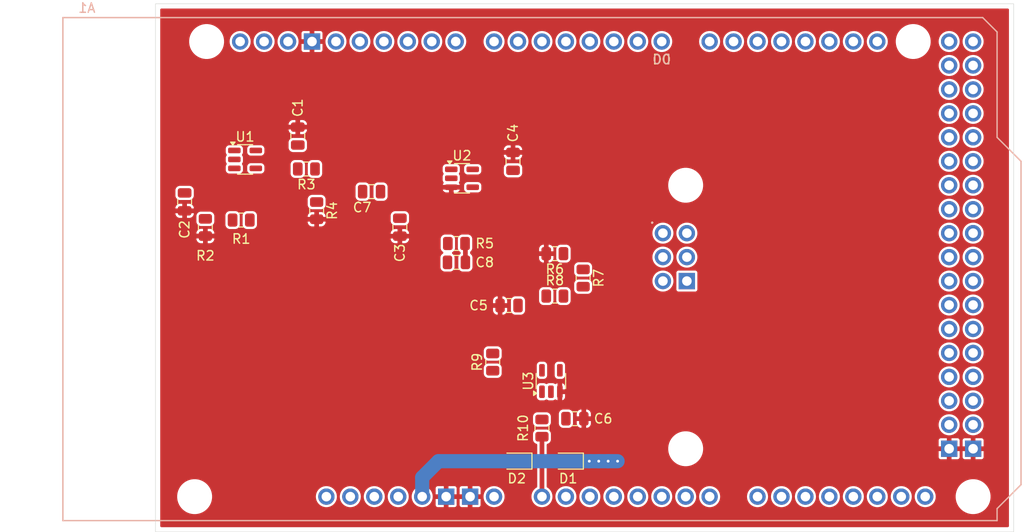
<source format=kicad_pcb>
(kicad_pcb (version 20240108) (generator "pcbnew") (generator_version "8.0")
  (layers (0 "F.Cu" signal) (31 "B.Cu" signal) (34 "B.Paste" user) (35 "F.Paste" user) (36 "B.SilkS" user "B.Silkscreen") (37 "F.SilkS" user "F.Silkscreen") (38 "B.Mask" user) (39 "F.Mask" user) (44 "Edge.Cuts" user))
  (net 0 "")
  (net 1 "GND")
  (net 2 "+15V")
  (net 3 "-15V")
  (net 4 "Net-(U2--)")
  (net 5 "Net-(C7-Pad2)")
  (net 6 "Net-(C8-Pad1)")
  (net 7 "Net-(R1-Pad2)")
  (net 8 "Net-(U1--)")
  (net 9 "Net-(U3--)")
  (net 10 "AMP_OUT")
  (net 11 "AMP_IN")
  (net 12 "+5V")
  (net 13 "ADC_IN")
  (footprint "Resistor_SMD:R_0805_2012Metric" (layer "F.Cu") (at 150.98 143.9925 -90)
    (property "Reference" "R10" (at 0 2 90) (layer "F.SilkS"))
    (property "Value" "TBD")
    (fp_line (start -0.227064 0.735) (end 0.227064 0.735) (stroke (width 0.12)) (layer "F.SilkS"))
    (fp_line (start -0.227064 -0.735) (end 0.227064 -0.735) (stroke (width 0.12)) (layer "F.SilkS"))
    (pad "1" smd roundrect (at -0.9125 0 270) (size 1.025 1.4) (layers "F.Cu" "F.Paste" "F.Mask") (roundrect_rratio 0.243902) (net 10 "AMP_OUT"))
    (pad "2" smd roundrect (at 0.9125 0 270) (size 1.025 1.4) (layers "F.Cu" "F.Paste" "F.Mask") (roundrect_rratio 0.243902) (net 13 "ADC_IN"))
  )
  (footprint "Capacitor_SMD:C_0805_2012Metric" (layer "F.Cu") (at 132.9125 118.91625 180)
    (property "Reference" "C7" (at 1 -1.68 180) (layer "F.SilkS"))
    (property "Value" "TBD")
    (fp_line (start -0.261252 0.735) (end 0.261252 0.735) (stroke (width 0.12)) (layer "F.SilkS"))
    (fp_line (start -0.261252 -0.735) (end 0.261252 -0.735) (stroke (width 0.12)) (layer "F.SilkS"))
    (pad "1" smd roundrect (at -0.95 0 180) (size 1 1.45) (layers "F.Cu" "F.Paste" "F.Mask") (net 4 "Net-(U2--)"))
    (pad "2" smd roundrect (at 0.95 0 180) (size 1 1.45) (layers "F.Cu" "F.Paste" "F.Mask") (net 5 "Net-(C7-Pad2)"))
  )
  (footprint "Package_TO_SOT_SMD:SOT-23-5" (layer "F.Cu") (at 142.5 117.5)
    (property "Reference" "U2" (at 0 -2.4 0) (layer "F.SilkS"))
    (property "Value" "OPA209")
    (fp_line (start 0 -1.56) (end -0.8 -1.56) (stroke (width 0.12)) (layer "F.SilkS"))
    (fp_line (start 0 -1.56) (end 0.8 -1.56) (stroke (width 0.12)) (layer "F.SilkS"))
    (fp_line (start 0 1.56) (end -0.8 1.56) (stroke (width 0.12)) (layer "F.SilkS"))
    (fp_line (start 0 1.56) (end 0.8 1.56) (stroke (width 0.12)) (layer "F.SilkS"))
    (fp_poly (pts (xy -1.3 -1.51) (xy -1.54 -1.84) (xy -1.06 -1.84) (xy -1.3 -1.51)) (stroke (width 0.12)) (fill solid) (layer "F.SilkS"))
    (pad "1" smd roundrect (at -1.1375 -0.95) (size 1.325 0.6) (layers "F.Cu" "F.Paste" "F.Mask") (net 6 "Net-(C8-Pad1)"))
    (pad "2" smd roundrect (at -1.1375 0) (size 1.325 0.6) (layers "F.Cu" "F.Paste" "F.Mask") (net 3 "-15V"))
    (pad "3" smd roundrect (at -1.1375 0.95) (size 1.325 0.6) (layers "F.Cu" "F.Paste" "F.Mask") (net 1 "GND"))
    (pad "4" smd roundrect (at 1.1375 0.95) (size 1.325 0.6) (layers "F.Cu" "F.Paste" "F.Mask") (net 4 "Net-(U2--)"))
    (pad "5" smd roundrect (at 1.1375 -0.95) (size 1.325 0.6) (layers "F.Cu" "F.Paste" "F.Mask") (net 2 "+15V"))
  )
  (footprint "Resistor_SMD:R_0805_2012Metric" (layer "F.Cu") (at 141.9125 124.41625 180)
    (property "Reference" "R5" (at -3 0 180) (layer "F.SilkS"))
    (property "Value" "TBD")
    (fp_line (start -0.227064 0.735) (end 0.227064 0.735) (stroke (width 0.12)) (layer "F.SilkS"))
    (fp_line (start -0.227064 -0.735) (end 0.227064 -0.735) (stroke (width 0.12)) (layer "F.SilkS"))
    (pad "1" smd roundrect (at -0.9125 0 180) (size 1.025 1.4) (layers "F.Cu" "F.Paste" "F.Mask") (roundrect_rratio 0.243902) (net 6 "Net-(C8-Pad1)"))
    (pad "2" smd roundrect (at 0.9125 0 180) (size 1.025 1.4) (layers "F.Cu" "F.Paste" "F.Mask") (roundrect_rratio 0.243902) (net 4 "Net-(U2--)"))
  )
  (footprint "Resistor_SMD:R_0805_2012Metric" (layer "F.Cu") (at 119.0875 121.9325)
    (property "Reference" "R1" (at 0 2 0) (layer "F.SilkS"))
    (property "Value" "TBD")
    (fp_line (start -0.227064 -0.735) (end 0.227064 -0.735) (stroke (width 0.12)) (layer "F.SilkS"))
    (fp_line (start -0.227064 0.735) (end 0.227064 0.735) (stroke (width 0.12)) (layer "F.SilkS"))
    (pad "1" smd roundrect (at -0.9125 0) (size 1.025 1.4) (layers "F.Cu" "F.Paste" "F.Mask") (roundrect_rratio 0.243902) (net 8 "Net-(U1--)"))
    (pad "2" smd roundrect (at 0.9125 0) (size 1.025 1.4) (layers "F.Cu" "F.Paste" "F.Mask") (roundrect_rratio 0.243902) (net 7 "Net-(R1-Pad2)"))
  )
  (footprint "Capacitor_SMD:C_0805_2012Metric" (layer "F.Cu") (at 154.47 142.9925 180)
    (property "Reference" "C6" (at -3 0 180) (layer "F.SilkS"))
    (property "Value" "100n 25V X7R")
    (fp_line (start -0.261252 0.735) (end 0.261252 0.735) (stroke (width 0.12)) (layer "F.SilkS"))
    (fp_line (start -0.261252 -0.735) (end 0.261252 -0.735) (stroke (width 0.12)) (layer "F.SilkS"))
    (pad "1" smd roundrect (at -0.95 0 180) (size 1 1.45) (layers "F.Cu" "F.Paste" "F.Mask") (net 1 "GND"))
    (pad "2" smd roundrect (at 0.95 0 180) (size 1 1.45) (layers "F.Cu" "F.Paste" "F.Mask") (net 2 "+15V"))
  )
  (footprint "Diode_SMD:D_SOD-323" (layer "F.Cu") (at 148.31 147.4925 180)
    (property "Reference" "D2" (at 0 -1.85 180) (layer "F.SilkS"))
    (property "Value" "RB751V40T1G")
    (fp_line (start -1.61 0.85) (end 1.05 0.85) (stroke (width 0.12)) (layer "F.SilkS"))
    (fp_line (start -1.61 -0.85) (end 1.05 -0.85) (stroke (width 0.12)) (layer "F.SilkS"))
    (fp_line (start -1.61 -0.85) (end -1.61 0.85) (stroke (width 0.12)) (layer "F.SilkS"))
    (pad "1" smd roundrect (at -1.05 0 180) (size 0.6 0.45) (layers "F.Cu" "F.Paste" "F.Mask") (net 13 "ADC_IN"))
    (pad "2" smd roundrect (at 1.05 0 180) (size 0.6 0.45) (layers "F.Cu" "F.Paste" "F.Mask") (net 1 "GND"))
  )
  (footprint "Package_TO_SOT_SMD:SOT-23-5" (layer "F.Cu") (at 151.93 139 90)
    (property "Reference" "U3" (at 0 -2.4 270) (layer "F.SilkS"))
    (property "Value" "OPA209")
    (fp_line (start 0 -1.56) (end 0.8 -1.56) (stroke (width 0.12)) (layer "F.SilkS"))
    (fp_line (start 0 -1.56) (end -0.8 -1.56) (stroke (width 0.12)) (layer "F.SilkS"))
    (fp_line (start 0 1.56) (end 0.8 1.56) (stroke (width 0.12)) (layer "F.SilkS"))
    (fp_line (start 0 1.56) (end -0.8 1.56) (stroke (width 0.12)) (layer "F.SilkS"))
    (fp_poly (pts (xy -1.3 -1.51) (xy -1.54 -1.84) (xy -1.06 -1.84) (xy -1.3 -1.51)) (stroke (width 0.12)) (fill solid) (layer "F.SilkS"))
    (pad "1" smd roundrect (at -1.1375 -0.95 90) (size 1.325 0.6) (layers "F.Cu" "F.Paste" "F.Mask") (net 10 "AMP_OUT"))
    (pad "2" smd roundrect (at -1.1375 0 90) (size 1.325 0.6) (layers "F.Cu" "F.Paste" "F.Mask") (net 3 "-15V"))
    (pad "3" smd roundrect (at -1.1375 0.95 90) (size 1.325 0.6) (layers "F.Cu" "F.Paste" "F.Mask") (net 1 "GND"))
    (pad "4" smd roundrect (at 1.1375 0.95 90) (size 1.325 0.6) (layers "F.Cu" "F.Paste" "F.Mask") (net 9 "Net-(U3--)"))
    (pad "5" smd roundrect (at 1.1375 -0.95 90) (size 1.325 0.6) (layers "F.Cu" "F.Paste" "F.Mask") (net 2 "+15V"))
  )
  (footprint "Resistor_SMD:R_0805_2012Metric" (layer "F.Cu") (at 155.3475 128.08 -90)
    (property "Reference" "R7" (at 0 -1.65 90) (layer "F.SilkS"))
    (property "Value" "TBD")
    (fp_line (start -0.227064 0.735) (end 0.227064 0.735) (stroke (width 0.12)) (layer "F.SilkS"))
    (fp_line (start -0.227064 -0.735) (end 0.227064 -0.735) (stroke (width 0.12)) (layer "F.SilkS"))
    (pad "1" smd roundrect (at -0.9125 0 270) (size 1.025 1.4) (layers "F.Cu" "F.Paste" "F.Mask") (roundrect_rratio 0.243902) (net 6 "Net-(C8-Pad1)"))
    (pad "2" smd roundrect (at 0.9125 0 270) (size 1.025 1.4) (layers "F.Cu" "F.Paste" "F.Mask") (roundrect_rratio 0.243902) (net 9 "Net-(U3--)"))
  )
  (footprint "Resistor_SMD:R_0805_2012Metric" (layer "F.Cu") (at 145.76 136.9925 90)
    (property "Reference" "R9" (at 0 -1.65 270) (layer "F.SilkS"))
    (property "Value" "TBD")
    (fp_line (start -0.227064 -0.735) (end 0.227064 -0.735) (stroke (width 0.12)) (layer "F.SilkS"))
    (fp_line (start -0.227064 0.735) (end 0.227064 0.735) (stroke (width 0.12)) (layer "F.SilkS"))
    (pad "1" smd roundrect (at -0.9125 0 90) (size 1.025 1.4) (layers "F.Cu" "F.Paste" "F.Mask") (roundrect_rratio 0.243902) (net 10 "AMP_OUT"))
    (pad "2" smd roundrect (at 0.9125 0 90) (size 1.025 1.4) (layers "F.Cu" "F.Paste" "F.Mask") (roundrect_rratio 0.243902) (net 9 "Net-(U3--)"))
  )
  (footprint "Capacitor_SMD:C_0805_2012Metric" (layer "F.Cu") (at 147.9125 115.70625 -90)
    (property "Reference" "C4" (at -3 0 90) (layer "F.SilkS"))
    (property "Value" "100n 25V X7R")
    (fp_line (start -0.261252 0.735) (end 0.261252 0.735) (stroke (width 0.12)) (layer "F.SilkS"))
    (fp_line (start -0.261252 -0.735) (end 0.261252 -0.735) (stroke (width 0.12)) (layer "F.SilkS"))
    (pad "1" smd roundrect (at -0.95 0 270) (size 1 1.45) (layers "F.Cu" "F.Paste" "F.Mask") (net 1 "GND"))
    (pad "2" smd roundrect (at 0.95 0 270) (size 1 1.45) (layers "F.Cu" "F.Paste" "F.Mask") (net 2 "+15V"))
  )
  (footprint "Resistor_SMD:R_0805_2012Metric" (layer "F.Cu") (at 126 116.5125 180)
    (property "Reference" "R3" (at 0 -1.65 180) (layer "F.SilkS"))
    (property "Value" "TBD")
    (fp_line (start -0.227064 0.735) (end 0.227064 0.735) (stroke (width 0.12)) (layer "F.SilkS"))
    (fp_line (start -0.227064 -0.735) (end 0.227064 -0.735) (stroke (width 0.12)) (layer "F.SilkS"))
    (pad "1" smd roundrect (at -0.9125 0 180) (size 1.025 1.4) (layers "F.Cu" "F.Paste" "F.Mask") (roundrect_rratio 0.243902) (net 5 "Net-(C7-Pad2)"))
    (pad "2" smd roundrect (at 0.9125 0 180) (size 1.025 1.4) (layers "F.Cu" "F.Paste" "F.Mask") (roundrect_rratio 0.243902) (net 7 "Net-(R1-Pad2)"))
  )
  (footprint "Resistor_SMD:R_0805_2012Metric" (layer "F.Cu") (at 152.3475 125.4925 180)
    (property "Reference" "R6" (at 0 -1.65 180) (layer "F.SilkS"))
    (property "Value" "TBD")
    (fp_line (start -0.227064 0.735) (end 0.227064 0.735) (stroke (width 0.12)) (layer "F.SilkS"))
    (fp_line (start -0.227064 -0.735) (end 0.227064 -0.735) (stroke (width 0.12)) (layer "F.SilkS"))
    (pad "1" smd roundrect (at -0.9125 0 180) (size 1.025 1.4) (layers "F.Cu" "F.Paste" "F.Mask") (roundrect_rratio 0.243902) (net 6 "Net-(C8-Pad1)"))
    (pad "2" smd roundrect (at 0.9125 0 180) (size 1.025 1.4) (layers "F.Cu" "F.Paste" "F.Mask") (roundrect_rratio 0.243902) (net 1 "GND"))
  )
  (footprint "Capacitor_SMD:C_0805_2012Metric" (layer "F.Cu") (at 125.0875 113.0225 90)
    (property "Reference" "C1" (at 3 0 270) (layer "F.SilkS"))
    (property "Value" "100n 25V X7R")
    (fp_line (start -0.261252 -0.735) (end 0.261252 -0.735) (stroke (width 0.12)) (layer "F.SilkS"))
    (fp_line (start -0.261252 0.735) (end 0.261252 0.735) (stroke (width 0.12)) (layer "F.SilkS"))
    (pad "1" smd roundrect (at -0.95 0 90) (size 1 1.45) (layers "F.Cu" "F.Paste" "F.Mask") (net 2 "+15V"))
    (pad "2" smd roundrect (at 0.95 0 90) (size 1 1.45) (layers "F.Cu" "F.Paste" "F.Mask") (net 1 "GND"))
  )
  (footprint "Capacitor_SMD:C_0805_2012Metric" (layer "F.Cu") (at 147.49 130.9925 180)
    (property "Reference" "C5" (at 3.23 0 180) (layer "F.SilkS"))
    (property "Value" "100n 25V X7R")
    (fp_line (start -0.261252 0.735) (end 0.261252 0.735) (stroke (width 0.12)) (layer "F.SilkS"))
    (fp_line (start -0.261252 -0.735) (end 0.261252 -0.735) (stroke (width 0.12)) (layer "F.SilkS"))
    (pad "1" smd roundrect (at -0.95 0 180) (size 1 1.45) (layers "F.Cu" "F.Paste" "F.Mask") (net 3 "-15V"))
    (pad "2" smd roundrect (at 0.95 0 180) (size 1 1.45) (layers "F.Cu" "F.Paste" "F.Mask") (net 1 "GND"))
  )
  (footprint "Resistor_SMD:R_0805_2012Metric" (layer "F.Cu") (at 127.0875 120.9325 -90)
    (property "Reference" "R4" (at 0 -1.65 90) (layer "F.SilkS"))
    (property "Value" "TBD")
    (fp_line (start -0.227064 0.735) (end 0.227064 0.735) (stroke (width 0.12)) (layer "F.SilkS"))
    (fp_line (start -0.227064 -0.735) (end 0.227064 -0.735) (stroke (width 0.12)) (layer "F.SilkS"))
    (pad "1" smd roundrect (at -0.9125 0 270) (size 1.025 1.4) (layers "F.Cu" "F.Paste" "F.Mask") (roundrect_rratio 0.243902) (net 5 "Net-(C7-Pad2)"))
    (pad "2" smd roundrect (at 0.9125 0 270) (size 1.025 1.4) (layers "F.Cu" "F.Paste" "F.Mask") (roundrect_rratio 0.243902) (net 1 "GND"))
  )
  (footprint "Capacitor_SMD:C_0805_2012Metric" (layer "F.Cu") (at 113.0875 120.0025 90)
    (property "Reference" "C2" (at -2.93 0 270) (layer "F.SilkS"))
    (property "Value" "100n 25V X7R")
    (fp_line (start -0.261252 -0.735) (end 0.261252 -0.735) (stroke (width 0.12)) (layer "F.SilkS"))
    (fp_line (start -0.261252 0.735) (end 0.261252 0.735) (stroke (width 0.12)) (layer "F.SilkS"))
    (pad "1" smd roundrect (at -0.95 0 90) (size 1 1.45) (layers "F.Cu" "F.Paste" "F.Mask") (net 1 "GND"))
    (pad "2" smd roundrect (at 0.95 0 90) (size 1 1.45) (layers "F.Cu" "F.Paste" "F.Mask") (net 3 "-15V"))
  )
  (footprint "Capacitor_SMD:C_0805_2012Metric" (layer "F.Cu") (at 141.9125 126.41625 180)
    (property "Reference" "C8" (at -3 0 180) (layer "F.SilkS"))
    (property "Value" "TBD")
    (fp_line (start -0.261252 0.735) (end 0.261252 0.735) (stroke (width 0.12)) (layer "F.SilkS"))
    (fp_line (start -0.261252 -0.735) (end 0.261252 -0.735) (stroke (width 0.12)) (layer "F.SilkS"))
    (pad "1" smd roundrect (at -0.95 0 180) (size 1 1.45) (layers "F.Cu" "F.Paste" "F.Mask") (net 6 "Net-(C8-Pad1)"))
    (pad "2" smd roundrect (at 0.95 0 180) (size 1 1.45) (layers "F.Cu" "F.Paste" "F.Mask") (net 5 "Net-(C7-Pad2)"))
  )
  (footprint "PCM_arduino-library:Arduino_Mega2560_R3_Shield" (layer "F.Cu") (at 100.18 153.8)
    (property "Reference" "A1" (at 2.54 -54.356 0) (layer "B.SilkS") (effects (justify mirror)))
    (property "Value" "Arduino_Mega2560_R3_Shield")
    (fp_line (start 0 -53.34) (end 0 0) (stroke (width 0.15)) (layer "B.SilkS"))
    (fp_line (start 0 -53.34) (end 97.536 -53.34) (stroke (width 0.15)) (layer "B.SilkS"))
    (fp_line (start 0 0) (end 99.06 0) (stroke (width 0.15)) (layer "B.SilkS"))
    (fp_line (start 97.536 -53.34) (end 99.06 -51.816) (stroke (width 0.15)) (layer "B.SilkS"))
    (fp_line (start 99.06 -40.64) (end 99.06 -51.816) (stroke (width 0.15)) (layer "B.SilkS"))
    (fp_line (start 99.06 -1.27) (end 101.6 -3.81) (stroke (width 0.15)) (layer "B.SilkS"))
    (fp_line (start 99.06 0) (end 99.06 -1.27) (stroke (width 0.15)) (layer "B.SilkS"))
    (fp_line (start 101.6 -38.1) (end 99.06 -40.64) (stroke (width 0.15)) (layer "B.SilkS"))
    (fp_line (start 101.6 -3.81) (end 101.6 -38.1) (stroke (width 0.15)) (layer "B.SilkS"))
    (fp_text user "D0" (at 63.5 -48.895 0) (layer "B.SilkS") (effects (justify mirror)))
    (fp_text user "." (at 62.484 -32.004 0) (layer "B.SilkS"))
    (fp_text user "." (at 62.484 -32.004 0) (layer "F.SilkS"))
    (fp_text user "D0" (at 63.5 -48.895 0) (layer "F.SilkS"))
    (pad "" np_thru_hole circle (at 13.97 -2.54) (size 3.2 3.2) (drill 3.2) (layers "*.Cu" "*.Mask"))
    (pad "" np_thru_hole circle (at 15.24 -50.8) (size 3.2 3.2) (drill 3.2) (layers "*.Cu" "*.Mask"))
    (pad "" thru_hole oval (at 27.94 -2.54) (size 1.7272 1.7272) (drill 1.016) (layers "*.Cu" "*.Mask"))
    (pad "" np_thru_hole circle (at 66.04 -35.56) (size 3.2 3.2) (drill 3.2) (layers "*.Cu" "*.Mask"))
    (pad "" np_thru_hole circle (at 66.04 -7.62) (size 3.2 3.2) (drill 3.2) (layers "*.Cu" "*.Mask"))
    (pad "" np_thru_hole circle (at 90.17 -50.8) (size 3.2 3.2) (drill 3.2) (layers "*.Cu" "*.Mask"))
    (pad "" np_thru_hole circle (at 96.52 -2.54) (size 3.2 3.2) (drill 3.2) (layers "*.Cu" "*.Mask"))
    (pad "3V3" thru_hole oval (at 35.56 -2.54) (size 1.7272 1.7272) (drill 1.016) (layers "*.Cu" "*.Mask"))
    (pad "5V1" thru_hole oval (at 38.1 -2.54) (size 1.7272 1.7272) (drill 1.016) (layers "*.Cu" "*.Mask") (net 12 "+5V"))
    (pad "5V2" thru_hole oval (at 66.167 -30.48) (size 1.7272 1.7272) (drill 1.016) (layers "*.Cu" "*.Mask"))
    (pad "5V3" thru_hole oval (at 93.98 -50.8) (size 1.7272 1.7272) (drill 1.016) (layers "*.Cu" "*.Mask"))
    (pad "5V4" thru_hole oval (at 96.52 -50.8) (size 1.7272 1.7272) (drill 1.016) (layers "*.Cu" "*.Mask"))
    (pad "A0" thru_hole oval (at 50.8 -2.54) (size 1.7272 1.7272) (drill 1.016) (layers "*.Cu" "*.Mask") (net 13 "ADC_IN"))
    (pad "A1" thru_hole oval (at 53.34 -2.54) (size 1.7272 1.7272) (drill 1.016) (layers "*.Cu" "*.Mask"))
    (pad "A2" thru_hole oval (at 55.88 -2.54) (size 1.7272 1.7272) (drill 1.016) (layers "*.Cu" "*.Mask"))
    (pad "A3" thru_hole oval (at 58.42 -2.54) (size 1.7272 1.7272) (drill 1.016) (layers "*.Cu" "*.Mask"))
    (pad "A4" thru_hole oval (at 60.96 -2.54) (size 1.7272 1.7272) (drill 1.016) (layers "*.Cu" "*.Mask"))
    (pad "A5" thru_hole oval (at 63.5 -2.54) (size 1.7272 1.7272) (drill 1.016) (layers "*.Cu" "*.Mask"))
    (pad "A6" thru_hole oval (at 66.04 -2.54) (size 1.7272 1.7272) (drill 1.016) (layers "*.Cu" "*.Mask"))
    (pad "A7" thru_hole oval (at 68.58 -2.54) (size 1.7272 1.7272) (drill 1.016) (layers "*.Cu" "*.Mask"))
    (pad "A8" thru_hole oval (at 73.66 -2.54) (size 1.7272 1.7272) (drill 1.016) (layers "*.Cu" "*.Mask"))
    (pad "A9" thru_hole oval (at 76.2 -2.54) (size 1.7272 1.7272) (drill 1.016) (layers "*.Cu" "*.Mask"))
    (pad "A10" thru_hole oval (at 78.74 -2.54) (size 1.7272 1.7272) (drill 1.016) (layers "*.Cu" "*.Mask"))
    (pad "A11" thru_hole oval (at 81.28 -2.54) (size 1.7272 1.7272) (drill 1.016) (layers "*.Cu" "*.Mask"))
    (pad "A12" thru_hole oval (at 83.82 -2.54) (size 1.7272 1.7272) (drill 1.016) (layers "*.Cu" "*.Mask"))
    (pad "A13" thru_hole oval (at 86.36 -2.54) (size 1.7272 1.7272) (drill 1.016) (layers "*.Cu" "*.Mask"))
    (pad "A14" thru_hole oval (at 88.9 -2.54) (size 1.7272 1.7272) (drill 1.016) (layers "*.Cu" "*.Mask"))
    (pad "A15" thru_hole oval (at 91.44 -2.54) (size 1.7272 1.7272) (drill 1.016) (layers "*.Cu" "*.Mask"))
    (pad "AREF" thru_hole oval (at 23.876 -50.8) (size 1.7272 1.7272) (drill 1.016) (layers "*.Cu" "*.Mask"))
    (pad "D0" thru_hole oval (at 63.5 -50.8) (size 1.7272 1.7272) (drill 1.016) (layers "*.Cu" "*.Mask"))
    (pad "D1" thru_hole oval (at 60.96 -50.8) (size 1.7272 1.7272) (drill 1.016) (layers "*.Cu" "*.Mask"))
    (pad "D2" thru_hole oval (at 58.42 -50.8) (size 1.7272 1.7272) (drill 1.016) (layers "*.Cu" "*.Mask"))
    (pad "D3" thru_hole oval (at 55.88 -50.8) (size 1.7272 1.7272) (drill 1.016) (layers "*.Cu" "*.Mask"))
    (pad "D4" thru_hole oval (at 53.34 -50.8) (size 1.7272 1.7272) (drill 1.016) (layers "*.Cu" "*.Mask"))
    (pad "D5" thru_hole oval (at 50.8 -50.8) (size 1.7272 1.7272) (drill 1.016) (layers "*.Cu" "*.Mask"))
    (pad "D6" thru_hole oval (at 48.26 -50.8) (size 1.7272 1.7272) (drill 1.016) (layers "*.Cu" "*.Mask"))
    (pad "D7" thru_hole oval (at 45.72 -50.8) (size 1.7272 1.7272) (drill 1.016) (layers "*.Cu" "*.Mask"))
    (pad "D8" thru_hole oval (at 41.656 -50.8) (size 1.7272 1.7272) (drill 1.016) (layers "*.Cu" "*.Mask"))
    (pad "D9" thru_hole oval (at 39.116 -50.8) (size 1.7272 1.7272) (drill 1.016) (layers "*.Cu" "*.Mask"))
    (pad "D10" thru_hole oval (at 36.576 -50.8) (size 1.7272 1.7272) (drill 1.016) (layers "*.Cu" "*.Mask"))
    (pad "D11" thru_hole oval (at 34.036 -50.8) (size 1.7272 1.7272) (drill 1.016) (layers "*.Cu" "*.Mask"))
    (pad "D12" thru_hole oval (at 31.496 -50.8) (size 1.7272 1.7272) (drill 1.016) (layers "*.Cu" "*.Mask"))
    (pad "D13" thru_hole oval (at 28.956 -50.8) (size 1.7272 1.7272) (drill 1.016) (layers "*.Cu" "*.Mask"))
    (pad "D14" thru_hole oval (at 68.58 -50.8) (size 1.7272 1.7272) (drill 1.016) (layers "*.Cu" "*.Mask"))
    (pad "D15" thru_hole oval (at 71.12 -50.8) (size 1.7272 1.7272) (drill 1.016) (layers "*.Cu" "*.Mask"))
    (pad "D16" thru_hole oval (at 73.66 -50.8) (size 1.7272 1.7272) (drill 1.016) (layers "*.Cu" "*.Mask"))
    (pad "D17" thru_hole oval (at 76.2 -50.8) (size 1.7272 1.7272) (drill 1.016) (layers "*.Cu" "*.Mask"))
    (pad "D18" thru_hole oval (at 78.74 -50.8) (size 1.7272 1.7272) (drill 1.016) (layers "*.Cu" "*.Mask"))
    (pad "D19" thru_hole oval (at 81.28 -50.8) (size 1.7272 1.7272) (drill 1.016) (layers "*.Cu" "*.Mask"))
    (pad "D20" thru_hole oval (at 83.82 -50.8) (size 1.7272 1.7272) (drill 1.016) (layers "*.Cu" "*.Mask"))
    (pad "D21" thru_hole oval (at 86.36 -50.8) (size 1.7272 1.7272) (drill 1.016) (layers "*.Cu" "*.Mask"))
    (pad "D22" thru_hole oval (at 93.98 -48.26) (size 1.7272 1.7272) (drill 1.016) (layers "*.Cu" "*.Mask"))
    (pad "D23" thru_hole oval (at 96.52 -48.26) (size 1.7272 1.7272) (drill 1.016) (layers "*.Cu" "*.Mask"))
    (pad "D24" thru_hole oval (at 93.98 -45.72) (size 1.7272 1.7272) (drill 1.016) (layers "*.Cu" "*.Mask"))
    (pad "D25" thru_hole oval (at 96.52 -45.72) (size 1.7272 1.7272) (drill 1.016) (layers "*.Cu" "*.Mask"))
    (pad "D26" thru_hole oval (at 93.98 -43.18) (size 1.7272 1.7272) (drill 1.016) (layers "*.Cu" "*.Mask"))
    (pad "D27" thru_hole oval (at 96.52 -43.18) (size 1.7272 1.7272) (drill 1.016) (layers "*.Cu" "*.Mask"))
    (pad "D28" thru_hole oval (at 93.98 -40.64) (size 1.7272 1.7272) (drill 1.016) (layers "*.Cu" "*.Mask"))
    (pad "D29" thru_hole oval (at 96.52 -40.64) (size 1.7272 1.7272) (drill 1.016) (layers "*.Cu" "*.Mask"))
    (pad "D30" thru_hole oval (at 93.98 -38.1) (size 1.7272 1.7272) (drill 1.016) (layers "*.Cu" "*.Mask"))
    (pad "D31" thru_hole oval (at 96.52 -38.1) (size 1.7272 1.7272) (drill 1.016) (layers "*.Cu" "*.Mask"))
    (pad "D32" thru_hole oval (at 93.98 -35.56) (size 1.7272 1.7272) (drill 1.016) (layers "*.Cu" "*.Mask"))
    (pad "D33" thru_hole oval (at 96.52 -35.56) (size 1.7272 1.7272) (drill 1.016) (layers "*.Cu" "*.Mask"))
    (pad "D34" thru_hole oval (at 93.98 -33.02) (size 1.7272 1.7272) (drill 1.016) (layers "*.Cu" "*.Mask"))
    (pad "D35" thru_hole oval (at 96.52 -33.02) (size 1.7272 1.7272) (drill 1.016) (layers "*.Cu" "*.Mask"))
    (pad "D36" thru_hole oval (at 93.98 -30.48) (size 1.7272 1.7272) (drill 1.016) (layers "*.Cu" "*.Mask"))
    (pad "D37" thru_hole oval (at 96.52 -30.48) (size 1.7272 1.7272) (drill 1.016) (layers "*.Cu" "*.Mask"))
    (pad "D38" thru_hole oval (at 93.98 -27.94) (size 1.7272 1.7272) (drill 1.016) (layers "*.Cu" "*.Mask"))
    (pad "D39" thru_hole oval (at 96.52 -27.94) (size 1.7272 1.7272) (drill 1.016) (layers "*.Cu" "*.Mask"))
    (pad "D40" thru_hole oval (at 93.98 -25.4) (size 1.7272 1.7272) (drill 1.016) (layers "*.Cu" "*.Mask"))
    (pad "D41" thru_hole oval (at 96.52 -25.4) (size 1.7272 1.7272) (drill 1.016) (layers "*.Cu" "*.Mask"))
    (pad "D42" thru_hole oval (at 93.98 -22.86) (size 1.7272 1.7272) (drill 1.016) (layers "*.Cu" "*.Mask"))
    (pad "D43" thru_hole oval (at 96.52 -22.86) (size 1.7272 1.7272) (drill 1.016) (layers "*.Cu" "*.Mask"))
    (pad "D44" thru_hole oval (at 93.98 -20.32) (size 1.7272 1.7272) (drill 1.016) (layers "*.Cu" "*.Mask"))
    (pad "D45" thru_hole oval (at 96.52 -20.32) (size 1.7272 1.7272) (drill 1.016) (layers "*.Cu" "*.Mask"))
    (pad "D46" thru_hole oval (at 93.98 -17.78) (size 1.7272 1.7272) (drill 1.016) (layers "*.Cu" "*.Mask"))
    (pad "D47" thru_hole oval (at 96.52 -17.78) (size 1.7272 1.7272) (drill 1.016) (layers "*.Cu" "*.Mask"))
    (pad "D48" thru_hole oval (at 93.98 -15.24) (size 1.7272 1.7272) (drill 1.016) (layers "*.Cu" "*.Mask"))
    (pad "D49" thru_hole oval (at 96.52 -15.24) (size 1.7272 1.7272) (drill 1.016) (layers "*.Cu" "*.Mask"))
    (pad "D50" thru_hole oval (at 93.98 -12.7) (size 1.7272 1.7272) (drill 1.016) (layers "*.Cu" "*.Mask"))
    (pad "D51" thru_hole oval (at 96.52 -12.7) (size 1.7272 1.7272) (drill 1.016) (layers "*.Cu" "*.Mask"))
    (pad "D52" thru_hole oval (at 93.98 -10.16) (size 1.7272 1.7272) (drill 1.016) (layers "*.Cu" "*.Mask"))
    (pad "D53" thru_hole oval (at 96.52 -10.16) (size 1.7272 1.7272) (drill 1.016) (layers "*.Cu" "*.Mask"))
    (pad "GND1" thru_hole rect (at 26.416 -50.8) (size 1.7272 1.7272) (drill 1.016) (layers "*.Cu" "*.Mask") (net 1 "GND"))
    (pad "GND2" thru_hole rect (at 40.64 -2.54) (size 1.7272 1.7272) (drill 1.016) (layers "*.Cu" "*.Mask") (net 1 "GND"))
    (pad "GND3" thru_hole rect (at 43.18 -2.54) (size 1.7272 1.7272) (drill 1.016) (layers "*.Cu" "*.Mask") (net 1 "GND"))
    (pad "GND4" thru_hole rect (at 66.167 -25.4) (size 1.7272 1.7272) (drill 1.016) (layers "*.Cu" "*.Mask"))
    (pad "GND5" thru_hole rect (at 93.98 -7.62) (size 1.7272 1.7272) (drill 1.016) (layers "*.Cu" "*.Mask") (net 1 "GND"))
    (pad "GND6" thru_hole rect (at 96.52 -7.62) (size 1.7272 1.7272) (drill 1.016) (layers "*.Cu" "*.Mask") (net 1 "GND"))
    (pad "IORF" thru_hole oval (at 30.48 -2.54) (size 1.7272 1.7272) (drill 1.016) (layers "*.Cu" "*.Mask"))
    (pad "MISO" thru_hole oval (at 63.627 -30.48) (size 1.7272 1.7272) (drill 1.016) (layers "*.Cu" "*.Mask"))
    (pad "MOSI" thru_hole oval (at 66.167 -27.94) (size 1.7272 1.7272) (drill 1.016) (layers "*.Cu" "*.Mask"))
    (pad "RST1" thru_hole oval (at 33.02 -2.54) (size 1.7272 1.7272) (drill 1.016) (layers "*.Cu" "*.Mask"))
    (pad "RST2" thru_hole oval (at 63.627 -25.4) (size 1.7272 1.7272) (drill 1.016) (layers "*.Cu" "*.Mask"))
    (pad "SCK" thru_hole oval (at 63.627 -27.94) (size 1.7272 1.7272) (drill 1.016) (layers "*.Cu" "*.Mask"))
    (pad "SCL" thru_hole oval (at 18.796 -50.8) (size 1.7272 1.7272) (drill 1.016) (layers "*.Cu" "*.Mask"))
    (pad "SDA" thru_hole oval (at 21.336 -50.8) (size 1.7272 1.7272) (drill 1.016) (layers "*.Cu" "*.Mask"))
    (pad "VIN" thru_hole oval (at 45.72 -2.54) (size 1.7272 1.7272) (drill 1.016) (layers "*.Cu" "*.Mask"))
  )
  (footprint "Diode_SMD:D_SOD-323" (layer "F.Cu") (at 153.76 147.4925 180)
    (property "Reference" "D1" (at 0 -1.85 180) (layer "F.SilkS"))
    (property "Value" "RB751V40T1G")
    (fp_line (start -1.61 0.85) (end 1.05 0.85) (stroke (width 0.12)) (layer "F.SilkS"))
    (fp_line (start -1.61 -0.85) (end 1.05 -0.85) (stroke (width 0.12)) (layer "F.SilkS"))
    (fp_line (start -1.61 -0.85) (end -1.61 0.85) (stroke (width 0.12)) (layer "F.SilkS"))
    (pad "1" smd roundrect (at -1.05 0 180) (size 0.6 0.45) (layers "F.Cu" "F.Paste" "F.Mask") (net 12 "+5V"))
    (pad "2" smd roundrect (at 1.05 0 180) (size 0.6 0.45) (layers "F.Cu" "F.Paste" "F.Mask") (net 13 "ADC_IN"))
  )
  (footprint "Resistor_SMD:R_0805_2012Metric" (layer "F.Cu") (at 152.3475 129.9925)
    (property "Reference" "R8" (at 0 -1.65 360) (layer "F.SilkS"))
    (property "Value" "TBD")
    (fp_line (start -0.227064 -0.735) (end 0.227064 -0.735) (stroke (width 0.12)) (layer "F.SilkS"))
    (fp_line (start -0.227064 0.735) (end 0.227064 0.735) (stroke (width 0.12)) (layer "F.SilkS"))
    (pad "1" smd roundrect (at -0.9125 0) (size 1.025 1.4) (layers "F.Cu" "F.Paste" "F.Mask") (roundrect_rratio 0.243902) (net 3 "-15V"))
    (pad "2" smd roundrect (at 0.9125 0) (size 1.025 1.4) (layers "F.Cu" "F.Paste" "F.Mask") (roundrect_rratio 0.243902) (net 9 "Net-(U3--)"))
  )
  (footprint "Resistor_SMD:R_0805_2012Metric" (layer "F.Cu") (at 115.2875 122.7125 90)
    (property "Reference" "R2" (at -3 0 0) (layer "F.SilkS"))
    (property "Value" "TBD")
    (fp_line (start -0.227064 -0.735) (end 0.227064 -0.735) (stroke (width 0.12)) (layer "F.SilkS"))
    (fp_line (start -0.227064 0.735) (end 0.227064 0.735) (stroke (width 0.12)) (layer "F.SilkS"))
    (pad "1" smd roundrect (at -0.9125 0 90) (size 1.025 1.4) (layers "F.Cu" "F.Paste" "F.Mask") (roundrect_rratio 0.243902) (net 1 "GND"))
    (pad "2" smd roundrect (at 0.9125 0 90) (size 1.025 1.4) (layers "F.Cu" "F.Paste" "F.Mask") (roundrect_rratio 0.243902) (net 8 "Net-(U1--)"))
  )
  (footprint "Package_TO_SOT_SMD:SOT-23-5" (layer "F.Cu") (at 119.5 115.5)
    (property "Reference" "U1" (at 0 -2.4 0) (layer "F.SilkS"))
    (property "Value" "OPA209")
    (fp_line (start 0 -1.56) (end -0.8 -1.56) (stroke (width 0.12)) (layer "F.SilkS"))
    (fp_line (start 0 -1.56) (end 0.8 -1.56) (stroke (width 0.12)) (layer "F.SilkS"))
    (fp_line (start 0 1.56) (end -0.8 1.56) (stroke (width 0.12)) (layer "F.SilkS"))
    (fp_line (start 0 1.56) (end 0.8 1.56) (stroke (width 0.12)) (layer "F.SilkS"))
    (fp_poly (pts (xy -1.3 -1.51) (xy -1.54 -1.84) (xy -1.06 -1.84) (xy -1.3 -1.51)) (stroke (width 0.12)) (fill solid) (layer "F.SilkS"))
    (pad "1" smd roundrect (at -1.1375 -0.95) (size 1.325 0.6) (layers "F.Cu" "F.Paste" "F.Mask") (net 7 "Net-(R1-Pad2)"))
    (pad "2" smd roundrect (at -1.1375 0) (size 1.325 0.6) (layers "F.Cu" "F.Paste" "F.Mask") (net 3 "-15V"))
    (pad "3" smd roundrect (at -1.1375 0.95) (size 1.325 0.6) (layers "F.Cu" "F.Paste" "F.Mask") (net 11 "AMP_IN"))
    (pad "4" smd roundrect (at 1.1375 0.95) (size 1.325 0.6) (layers "F.Cu" "F.Paste" "F.Mask") (net 8 "Net-(U1--)"))
    (pad "5" smd roundrect (at 1.1375 -0.95) (size 1.325 0.6) (layers "F.Cu" "F.Paste" "F.Mask") (net 2 "+15V"))
  )
  (footprint "Capacitor_SMD:C_0805_2012Metric" (layer "F.Cu") (at 135.9125 122.68625 -90)
    (property "Reference" "C3" (at 2.73 0 90) (layer "F.SilkS"))
    (property "Value" "100n 25V X7R")
    (fp_line (start -0.261252 0.735) (end 0.261252 0.735) (stroke (width 0.12)) (layer "F.SilkS"))
    (fp_line (start -0.261252 -0.735) (end 0.261252 -0.735) (stroke (width 0.12)) (layer "F.SilkS"))
    (pad "1" smd roundrect (at -0.95 0 270) (size 1 1.45) (layers "F.Cu" "F.Paste" "F.Mask") (net 3 "-15V"))
    (pad "2" smd roundrect (at 0.95 0 270) (size 1 1.45) (layers "F.Cu" "F.Paste" "F.Mask") (net 1 "GND"))
  )
  (gr_rect (start 110 99) (end 201 155) (stroke (width 0.05)) (fill none) (layer "Edge.Cuts"))
  (segment (start 142.8625 126.41625) (end 142.8625 124.45375) (width 0.5) (layer "F.Cu") (net 6))
  (segment (start 142.8625 124.45375) (end 142.825 124.41625) (width 0.5) (layer "F.Cu") (net 6))
  (segment (start 158 147.5) (end 159 147.5) (width 0.5) (layer "F.Cu") (net 12))
  (segment (start 154.81 147.4925) (end 155.9925 147.4925) (width 0.5) (layer "F.Cu") (net 12))
  (segment (start 157 147.5) (end 158 147.5) (width 0.5) (layer "F.Cu") (net 12))
  (segment (start 156 147.5) (end 157 147.5) (width 0.5) (layer "F.Cu") (net 12))
  (segment (start 155.9925 147.4925) (end 156 147.5) (width 0.5) (layer "F.Cu") (net 12))
  (via (at 158 147.5) (size 0.6) (drill 0.3) (layers "F.Cu" "B.Cu") (net 12))
  (via (at 157 147.5) (size 0.6) (drill 0.3) (layers "F.Cu" "B.Cu") (net 12))
  (via (at 159 147.5) (size 0.6) (drill 0.3) (layers "F.Cu" "B.Cu") (net 12))
  (via (at 156 147.5) (size 0.6) (drill 0.3) (layers "F.Cu" "B.Cu") (net 12))
  (segment (start 157 147.5) (end 158 147.5) (width 1.5) (layer "B.Cu") (net 12))
  (segment (start 140 147.5) (end 156 147.5) (width 1.5) (layer "B.Cu") (net 12))
  (segment (start 138.28 151.26) (end 138.28 149.22) (width 1.5) (layer "B.Cu") (net 12))
  (segment (start 138.28 149.22) (end 140 147.5) (width 1.5) (layer "B.Cu") (net 12))
  (segment (start 158 147.5) (end 159 147.5) (width 1.5) (layer "B.Cu") (net 12))
  (segment (start 156 147.5) (end 157 147.5) (width 1.5) (layer "B.Cu") (net 12))
  (segment (start 150.98 144.905) (end 150.98 151.26) (width 0.5) (layer "F.Cu") (net 13))
  (segment (start 149.36 147.4925) (end 152.71 147.4925) (width 0.5) (layer "F.Cu") (net 13))
  (zone (net 1) (net_name "GND") (layer "F.Cu") (connect_pads (clearance 0.25)) (min_thickness 0.25) (fill yes (thermal_gap 0.25) (thermal_bridge_width 0.5))
    (polygon (pts (xy 110 155) (xy 201 155) (xy 201 99) (xy 110 99)))
  )
)
</source>
